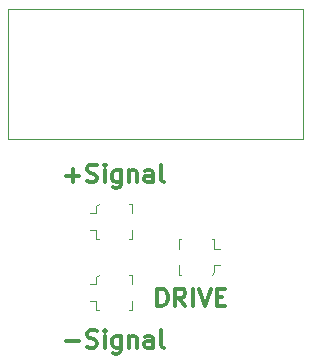
<source format=gbr>
G04 #@! TF.GenerationSoftware,KiCad,Pcbnew,(5.1.5-0-10_14)*
G04 #@! TF.CreationDate,2020-08-02T20:19:12-07:00*
G04 #@! TF.ProjectId,Programmer_Board,50726f67-7261-46d6-9d65-725f426f6172,rev?*
G04 #@! TF.SameCoordinates,Original*
G04 #@! TF.FileFunction,Legend,Top*
G04 #@! TF.FilePolarity,Positive*
%FSLAX46Y46*%
G04 Gerber Fmt 4.6, Leading zero omitted, Abs format (unit mm)*
G04 Created by KiCad (PCBNEW (5.1.5-0-10_14)) date 2020-08-02 20:19:12*
%MOMM*%
%LPD*%
G04 APERTURE LIST*
%ADD10C,0.300000*%
%ADD11C,0.050000*%
%ADD12C,0.120000*%
G04 APERTURE END LIST*
D10*
X124678571Y-92178571D02*
X124678571Y-90678571D01*
X125035714Y-90678571D01*
X125250000Y-90750000D01*
X125392857Y-90892857D01*
X125464285Y-91035714D01*
X125535714Y-91321428D01*
X125535714Y-91535714D01*
X125464285Y-91821428D01*
X125392857Y-91964285D01*
X125250000Y-92107142D01*
X125035714Y-92178571D01*
X124678571Y-92178571D01*
X127035714Y-92178571D02*
X126535714Y-91464285D01*
X126178571Y-92178571D02*
X126178571Y-90678571D01*
X126750000Y-90678571D01*
X126892857Y-90750000D01*
X126964285Y-90821428D01*
X127035714Y-90964285D01*
X127035714Y-91178571D01*
X126964285Y-91321428D01*
X126892857Y-91392857D01*
X126750000Y-91464285D01*
X126178571Y-91464285D01*
X127678571Y-92178571D02*
X127678571Y-90678571D01*
X128178571Y-90678571D02*
X128678571Y-92178571D01*
X129178571Y-90678571D01*
X129678571Y-91392857D02*
X130178571Y-91392857D01*
X130392857Y-92178571D02*
X129678571Y-92178571D01*
X129678571Y-90678571D01*
X130392857Y-90678571D01*
X116928571Y-95107142D02*
X118071428Y-95107142D01*
X118714285Y-95607142D02*
X118928571Y-95678571D01*
X119285714Y-95678571D01*
X119428571Y-95607142D01*
X119500000Y-95535714D01*
X119571428Y-95392857D01*
X119571428Y-95250000D01*
X119500000Y-95107142D01*
X119428571Y-95035714D01*
X119285714Y-94964285D01*
X119000000Y-94892857D01*
X118857142Y-94821428D01*
X118785714Y-94750000D01*
X118714285Y-94607142D01*
X118714285Y-94464285D01*
X118785714Y-94321428D01*
X118857142Y-94250000D01*
X119000000Y-94178571D01*
X119357142Y-94178571D01*
X119571428Y-94250000D01*
X120214285Y-95678571D02*
X120214285Y-94678571D01*
X120214285Y-94178571D02*
X120142857Y-94250000D01*
X120214285Y-94321428D01*
X120285714Y-94250000D01*
X120214285Y-94178571D01*
X120214285Y-94321428D01*
X121571428Y-94678571D02*
X121571428Y-95892857D01*
X121500000Y-96035714D01*
X121428571Y-96107142D01*
X121285714Y-96178571D01*
X121071428Y-96178571D01*
X120928571Y-96107142D01*
X121571428Y-95607142D02*
X121428571Y-95678571D01*
X121142857Y-95678571D01*
X121000000Y-95607142D01*
X120928571Y-95535714D01*
X120857142Y-95392857D01*
X120857142Y-94964285D01*
X120928571Y-94821428D01*
X121000000Y-94750000D01*
X121142857Y-94678571D01*
X121428571Y-94678571D01*
X121571428Y-94750000D01*
X122285714Y-94678571D02*
X122285714Y-95678571D01*
X122285714Y-94821428D02*
X122357142Y-94750000D01*
X122500000Y-94678571D01*
X122714285Y-94678571D01*
X122857142Y-94750000D01*
X122928571Y-94892857D01*
X122928571Y-95678571D01*
X124285714Y-95678571D02*
X124285714Y-94892857D01*
X124214285Y-94750000D01*
X124071428Y-94678571D01*
X123785714Y-94678571D01*
X123642857Y-94750000D01*
X124285714Y-95607142D02*
X124142857Y-95678571D01*
X123785714Y-95678571D01*
X123642857Y-95607142D01*
X123571428Y-95464285D01*
X123571428Y-95321428D01*
X123642857Y-95178571D01*
X123785714Y-95107142D01*
X124142857Y-95107142D01*
X124285714Y-95035714D01*
X125214285Y-95678571D02*
X125071428Y-95607142D01*
X125000000Y-95464285D01*
X125000000Y-94178571D01*
X116928571Y-81107142D02*
X118071428Y-81107142D01*
X117500000Y-81678571D02*
X117500000Y-80535714D01*
X118714285Y-81607142D02*
X118928571Y-81678571D01*
X119285714Y-81678571D01*
X119428571Y-81607142D01*
X119500000Y-81535714D01*
X119571428Y-81392857D01*
X119571428Y-81250000D01*
X119500000Y-81107142D01*
X119428571Y-81035714D01*
X119285714Y-80964285D01*
X119000000Y-80892857D01*
X118857142Y-80821428D01*
X118785714Y-80750000D01*
X118714285Y-80607142D01*
X118714285Y-80464285D01*
X118785714Y-80321428D01*
X118857142Y-80250000D01*
X119000000Y-80178571D01*
X119357142Y-80178571D01*
X119571428Y-80250000D01*
X120214285Y-81678571D02*
X120214285Y-80678571D01*
X120214285Y-80178571D02*
X120142857Y-80250000D01*
X120214285Y-80321428D01*
X120285714Y-80250000D01*
X120214285Y-80178571D01*
X120214285Y-80321428D01*
X121571428Y-80678571D02*
X121571428Y-81892857D01*
X121500000Y-82035714D01*
X121428571Y-82107142D01*
X121285714Y-82178571D01*
X121071428Y-82178571D01*
X120928571Y-82107142D01*
X121571428Y-81607142D02*
X121428571Y-81678571D01*
X121142857Y-81678571D01*
X121000000Y-81607142D01*
X120928571Y-81535714D01*
X120857142Y-81392857D01*
X120857142Y-80964285D01*
X120928571Y-80821428D01*
X121000000Y-80750000D01*
X121142857Y-80678571D01*
X121428571Y-80678571D01*
X121571428Y-80750000D01*
X122285714Y-80678571D02*
X122285714Y-81678571D01*
X122285714Y-80821428D02*
X122357142Y-80750000D01*
X122500000Y-80678571D01*
X122714285Y-80678571D01*
X122857142Y-80750000D01*
X122928571Y-80892857D01*
X122928571Y-81678571D01*
X124285714Y-81678571D02*
X124285714Y-80892857D01*
X124214285Y-80750000D01*
X124071428Y-80678571D01*
X123785714Y-80678571D01*
X123642857Y-80750000D01*
X124285714Y-81607142D02*
X124142857Y-81678571D01*
X123785714Y-81678571D01*
X123642857Y-81607142D01*
X123571428Y-81464285D01*
X123571428Y-81321428D01*
X123642857Y-81178571D01*
X123785714Y-81107142D01*
X124142857Y-81107142D01*
X124285714Y-81035714D01*
X125214285Y-81678571D02*
X125071428Y-81607142D01*
X125000000Y-81464285D01*
X125000000Y-80178571D01*
D11*
X137000000Y-67000000D02*
X112000000Y-67000000D01*
X137000000Y-78000000D02*
X137000000Y-67000000D01*
X112000000Y-78000000D02*
X137000000Y-78000000D01*
X112000000Y-67000000D02*
X112000000Y-78000000D01*
D12*
X119500000Y-85700000D02*
X119000000Y-85700000D01*
X119500000Y-84300000D02*
X119000000Y-84300000D01*
X119500000Y-84300000D02*
X119500000Y-83700000D01*
X119500000Y-83700000D02*
X119700000Y-83500000D01*
X119700000Y-86500000D02*
X119500000Y-86500000D01*
X119500000Y-86500000D02*
X119500000Y-85700000D01*
X122500000Y-85700000D02*
X122500000Y-86500000D01*
X122500000Y-86500000D02*
X122300000Y-86500000D01*
X122300000Y-83500000D02*
X122500000Y-83500000D01*
X122500000Y-83500000D02*
X122500000Y-84300000D01*
X122500000Y-89500000D02*
X122500000Y-90300000D01*
X122300000Y-89500000D02*
X122500000Y-89500000D01*
X122500000Y-92500000D02*
X122300000Y-92500000D01*
X122500000Y-91700000D02*
X122500000Y-92500000D01*
X119500000Y-92500000D02*
X119500000Y-91700000D01*
X119700000Y-92500000D02*
X119500000Y-92500000D01*
X119500000Y-89700000D02*
X119700000Y-89500000D01*
X119500000Y-90300000D02*
X119500000Y-89700000D01*
X119500000Y-90300000D02*
X119000000Y-90300000D01*
X119500000Y-91700000D02*
X119000000Y-91700000D01*
X129500000Y-87300000D02*
X130000000Y-87300000D01*
X129500000Y-88700000D02*
X130000000Y-88700000D01*
X129500000Y-88700000D02*
X129500000Y-89300000D01*
X129500000Y-89300000D02*
X129300000Y-89500000D01*
X129300000Y-86500000D02*
X129500000Y-86500000D01*
X129500000Y-86500000D02*
X129500000Y-87300000D01*
X126500000Y-87300000D02*
X126500000Y-86500000D01*
X126500000Y-86500000D02*
X126700000Y-86500000D01*
X126700000Y-89500000D02*
X126500000Y-89500000D01*
X126500000Y-89500000D02*
X126500000Y-88700000D01*
M02*

</source>
